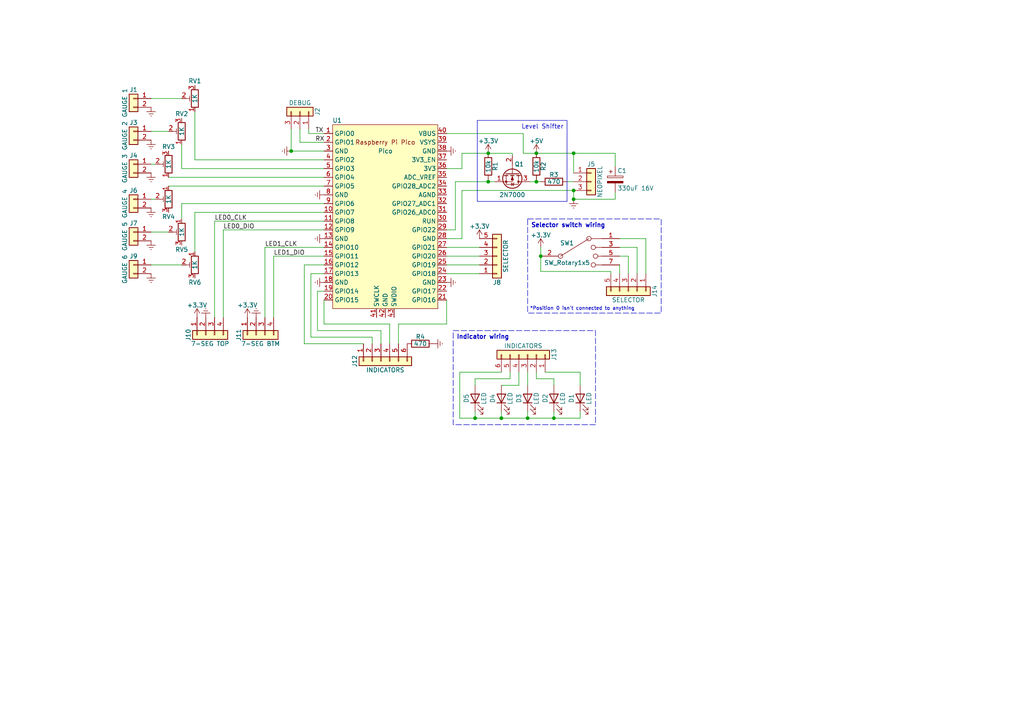
<source format=kicad_sch>
(kicad_sch (version 20230121) (generator eeschema)
  (paper "A4")
  (title_block (title "System Monitoring Panel") (date "2024-03-02") (rev "1.0.0"))
  (lib_symbols
    (symbol "Connector_Generic:Conn_01x02" (pin_names (offset 1.016) hide)
      (property "Reference" "J" (at 0 2.54 0))
      (property "Value" "Conn_01x02" (at 0 -5.08 0))
      (symbol "Conn_01x02_1_1"
        (rectangle (start -1.27 -2.413) (end 0 -2.667) (stroke (width 0.1524)))
        (rectangle (start -1.27 0.127) (end 0 -0.127) (stroke (width 0.1524)))
        (rectangle (start -1.27 1.27) (end 1.27 -3.81) (stroke (width 0.254)) (fill (type background)))
        (pin passive line (at -5.08 0 0) (length 3.81) (name "Pin_1") (number "1"))
        (pin passive line (at -5.08 -2.54 0) (length 3.81) (name "Pin_2") (number "2"))
      )
    )
    (symbol "Connector_Generic:Conn_01x03" (pin_names (offset 1.016) hide)
      (property "Reference" "J" (at 0 5.08 0))
      (property "Value" "Conn_01x03" (at 0 -5.08 0))
      (symbol "Conn_01x03_1_1"
        (rectangle (start -1.27 -2.413) (end 0 -2.667) (stroke (width 0.1524)))
        (rectangle (start -1.27 0.127) (end 0 -0.127) (stroke (width 0.1524)))
        (rectangle (start -1.27 2.667) (end 0 2.413) (stroke (width 0.1524)))
        (rectangle (start -1.27 3.81) (end 1.27 -3.81) (stroke (width 0.254)) (fill (type background)))
        (pin passive line (at -5.08 2.54 0) (length 3.81) (name "Pin_1") (number "1"))
        (pin passive line (at -5.08 0 0) (length 3.81) (name "Pin_2") (number "2"))
        (pin passive line (at -5.08 -2.54 0) (length 3.81) (name "Pin_3") (number "3"))
      )
    )
    (symbol "Connector_Generic:Conn_01x04" (pin_names (offset 1.016) hide)
      (property "Reference" "J" (at 0 5.08 0))
      (property "Value" "Conn_01x04" (at 0 -7.62 0))
      (symbol "Conn_01x04_1_1"
        (rectangle (start -1.27 -4.953) (end 0 -5.207) (stroke (width 0.1524)))
        (rectangle (start -1.27 -2.413) (end 0 -2.667) (stroke (width 0.1524)))
        (rectangle (start -1.27 0.127) (end 0 -0.127) (stroke (width 0.1524)))
        (rectangle (start -1.27 2.667) (end 0 2.413) (stroke (width 0.1524)))
        (rectangle (start -1.27 3.81) (end 1.27 -6.35) (stroke (width 0.254)) (fill (type background)))
        (pin passive line (at -5.08 2.54 0) (length 3.81) (name "Pin_1") (number "1"))
        (pin passive line (at -5.08 0 0) (length 3.81) (name "Pin_2") (number "2"))
        (pin passive line (at -5.08 -2.54 0) (length 3.81) (name "Pin_3") (number "3"))
        (pin passive line (at -5.08 -5.08 0) (length 3.81) (name "Pin_4") (number "4"))
      )
    )
    (symbol "Connector_Generic:Conn_01x05" (pin_names (offset 1.016) hide)
      (property "Reference" "J" (at 0 7.62 0))
      (property "Value" "Conn_01x05" (at 0 -7.62 0))
      (symbol "Conn_01x05_1_1"
        (rectangle (start -1.27 -4.953) (end 0 -5.207) (stroke (width 0.1524)))
        (rectangle (start -1.27 -2.413) (end 0 -2.667) (stroke (width 0.1524)))
        (rectangle (start -1.27 0.127) (end 0 -0.127) (stroke (width 0.1524)))
        (rectangle (start -1.27 2.667) (end 0 2.413) (stroke (width 0.1524)))
        (rectangle (start -1.27 5.207) (end 0 4.953) (stroke (width 0.1524)))
        (rectangle (start -1.27 6.35) (end 1.27 -6.35) (stroke (width 0.254)) (fill (type background)))
        (pin passive line (at -5.08 5.08 0) (length 3.81) (name "Pin_1") (number "1"))
        (pin passive line (at -5.08 2.54 0) (length 3.81) (name "Pin_2") (number "2"))
        (pin passive line (at -5.08 0 0) (length 3.81) (name "Pin_3") (number "3"))
        (pin passive line (at -5.08 -2.54 0) (length 3.81) (name "Pin_4") (number "4"))
        (pin passive line (at -5.08 -5.08 0) (length 3.81) (name "Pin_5") (number "5"))
      )
    )
    (symbol "Connector_Generic:Conn_01x06" (pin_names (offset 1.016) hide)
      (property "Reference" "J" (at 0 7.62 0))
      (property "Value" "Conn_01x06" (at 0 -10.16 0))
      (symbol "Conn_01x06_1_1"
        (rectangle (start -1.27 -7.493) (end 0 -7.747) (stroke (width 0.1524)))
        (rectangle (start -1.27 -4.953) (end 0 -5.207) (stroke (width 0.1524)))
        (rectangle (start -1.27 -2.413) (end 0 -2.667) (stroke (width 0.1524)))
        (rectangle (start -1.27 0.127) (end 0 -0.127) (stroke (width 0.1524)))
        (rectangle (start -1.27 2.667) (end 0 2.413) (stroke (width 0.1524)))
        (rectangle (start -1.27 5.207) (end 0 4.953) (stroke (width 0.1524)))
        (rectangle (start -1.27 6.35) (end 1.27 -8.89) (stroke (width 0.254)) (fill (type background)))
        (pin passive line (at -5.08 5.08 0) (length 3.81) (name "Pin_1") (number "1"))
        (pin passive line (at -5.08 2.54 0) (length 3.81) (name "Pin_2") (number "2"))
        (pin passive line (at -5.08 0 0) (length 3.81) (name "Pin_3") (number "3"))
        (pin passive line (at -5.08 -2.54 0) (length 3.81) (name "Pin_4") (number "4"))
        (pin passive line (at -5.08 -5.08 0) (length 3.81) (name "Pin_5") (number "5"))
        (pin passive line (at -5.08 -7.62 0) (length 3.81) (name "Pin_6") (number "6"))
      )
    )
    (symbol "Device:C_Polarized" (pin_numbers hide) (pin_names (offset 0.254))
      (property "Reference" "C" (at 0.635 2.54 0))
      (property "Value" "C_Polarized" (at 0.635 -2.54 0))
      (symbol "C_Polarized_0_1"
        (rectangle (start -2.286 0.508) (end 2.286 1.016))
        (polyline (pts (xy -1.778 2.286) (xy -0.762 2.286)))
        (polyline (pts (xy -1.27 2.794) (xy -1.27 1.778)))
        (rectangle (start 2.286 -0.508) (end -2.286 -1.016) (fill (type outline)))
      )
      (symbol "C_Polarized_1_1"
        (pin passive line (at 0 3.81 270) (length 2.794) (name "~") (number "1"))
        (pin passive line (at 0 -3.81 90) (length 2.794) (name "~") (number "2"))
      )
    )
    (symbol "Device:LED" (pin_numbers hide) (pin_names (offset 1.016) hide)
      (property "Reference" "D" (at 0 2.54 0))
      (property "Value" "LED" (at 0 -2.54 0))
      (symbol "LED_0_1"
        (polyline (pts (xy -1.27 -1.27) (xy -1.27 1.27)) (stroke (width 0.254)))
        (polyline (pts (xy -1.27 0) (xy 1.27 0)))
        (polyline (pts (xy 1.27 -1.27) (xy 1.27 1.27) (xy -1.27 0) (xy 1.27 -1.27)) (stroke (width 0.254)))
        (polyline (pts (xy -3.048 -0.762) (xy -4.572 -2.286) (xy -3.81 -2.286) (xy -4.572 -2.286) (xy -4.572 -1.524)))
        (polyline (pts (xy -1.778 -0.762) (xy -3.302 -2.286) (xy -2.54 -2.286) (xy -3.302 -2.286) (xy -3.302 -1.524)))
      )
      (symbol "LED_1_1"
        (pin passive line (at -3.81 0 0) (length 2.54) (name "K") (number "1"))
        (pin passive line (at 3.81 0 180) (length 2.54) (name "A") (number "2"))
      )
    )
    (symbol "Device:R" (pin_numbers hide) (pin_names (offset 0))
      (property "Reference" "R" (at 2.032 0 90))
      (property "Value" "R" (at 0 0 90))
      (symbol "R_0_1"
        (rectangle (start -1.016 -2.54) (end 1.016 2.54) (stroke (width 0.254)))
      )
      (symbol "R_1_1"
        (pin passive line (at 0 3.81 270) (length 1.27) (name "~") (number "1"))
        (pin passive line (at 0 -3.81 90) (length 1.27) (name "~") (number "2"))
      )
    )
    (symbol "Device:R_Potentiometer_Trim" (pin_names (offset 1.016) hide)
      (property "Reference" "RV" (at -4.445 0 90))
      (property "Value" "R_Potentiometer_Trim" (at -2.54 0 90))
      (symbol "R_Potentiometer_Trim_0_1"
        (polyline (pts (xy 1.524 0.762) (xy 1.524 -0.762)))
        (polyline (pts (xy 2.54 0) (xy 1.524 0)))
        (rectangle (start 1.016 2.54) (end -1.016 -2.54) (stroke (width 0.254)))
      )
      (symbol "R_Potentiometer_Trim_1_1"
        (pin passive line (at 0 3.81 270) (length 1.27) (name "1") (number "1"))
        (pin passive line (at 3.81 0 180) (length 1.27) (name "2") (number "2"))
        (pin passive line (at 0 -3.81 90) (length 1.27) (name "3") (number "3"))
      )
    )
    (symbol "MCU_RaspberryPi_and_Boards:Pico"
      (property "Reference" "U" (at -13.97 27.94 0))
      (property "Value" "Pico" (at 0 19.05 0))
      (symbol "Pico_0_0"
        (text "Raspberry Pi Pico" (at 0 21.59 0) (effects (font (size 1.27 1.27))))
      )
      (symbol "Pico_0_1"
        (rectangle (start -15.24 26.67) (end 15.24 -26.67) (fill (type background)))
      )
      (symbol "Pico_1_1"
        (pin bidirectional line (at -17.78 24.13 0) (length 2.54) (name "GPIO0") (number "1"))
        (pin bidirectional line (at -17.78 1.27 0) (length 2.54) (name "GPIO7") (number "10"))
        (pin bidirectional line (at -17.78 -1.27 0) (length 2.54) (name "GPIO8") (number "11"))
        (pin bidirectional line (at -17.78 -3.81 0) (length 2.54) (name "GPIO9") (number "12"))
        (pin power_in line (at -17.78 -6.35 0) (length 2.54) (name "GND") (number "13"))
        (pin bidirectional line (at -17.78 -8.89 0) (length 2.54) (name "GPIO10") (number "14"))
        (pin bidirectional line (at -17.78 -11.43 0) (length 2.54) (name "GPIO11") (number "15"))
        (pin bidirectional line (at -17.78 -13.97 0) (length 2.54) (name "GPIO12") (number "16"))
        (pin bidirectional line (at -17.78 -16.51 0) (length 2.54) (name "GPIO13") (number "17"))
        (pin power_in line (at -17.78 -19.05 0) (length 2.54) (name "GND") (number "18"))
        (pin bidirectional line (at -17.78 -21.59 0) (length 2.54) (name "GPIO14") (number "19"))
        (pin bidirectional line (at -17.78 21.59 0) (length 2.54) (name "GPIO1") (number "2"))
        (pin bidirectional line (at -17.78 -24.13 0) (length 2.54) (name "GPIO15") (number "20"))
        (pin bidirectional line (at 17.78 -24.13 180) (length 2.54) (name "GPIO16") (number "21"))
        (pin bidirectional line (at 17.78 -21.59 180) (length 2.54) (name "GPIO17") (number "22"))
        (pin power_in line (at 17.78 -19.05 180) (length 2.54) (name "GND") (number "23"))
        (pin bidirectional line (at 17.78 -16.51 180) (length 2.54) (name "GPIO18") (number "24"))
        (pin bidirectional line (at 17.78 -13.97 180) (length 2.54) (name "GPIO19") (number "25"))
        (pin bidirectional line (at 17.78 -11.43 180) (length 2.54) (name "GPIO20") (number "26"))
        (pin bidirectional line (at 17.78 -8.89 180) (length 2.54) (name "GPIO21") (number "27"))
        (pin power_in line (at 17.78 -6.35 180) (length 2.54) (name "GND") (number "28"))
        (pin bidirectional line (at 17.78 -3.81 180) (length 2.54) (name "GPIO22") (number "29"))
        (pin power_in line (at -17.78 19.05 0) (length 2.54) (name "GND") (number "3"))
        (pin input line (at 17.78 -1.27 180) (length 2.54) (name "RUN") (number "30"))
        (pin bidirectional line (at 17.78 1.27 180) (length 2.54) (name "GPIO26_ADC0") (number "31"))
        (pin bidirectional line (at 17.78 3.81 180) (length 2.54) (name "GPIO27_ADC1") (number "32"))
        (pin power_in line (at 17.78 6.35 180) (length 2.54) (name "AGND") (number "33"))
        (pin bidirectional line (at 17.78 8.89 180) (length 2.54) (name "GPIO28_ADC2") (number "34"))
        (pin power_in line (at 17.78 11.43 180) (length 2.54) (name "ADC_VREF") (number "35"))
        (pin power_in line (at 17.78 13.97 180) (length 2.54) (name "3V3") (number "36"))
        (pin input line (at 17.78 16.51 180) (length 2.54) (name "3V3_EN") (number "37"))
        (pin bidirectional line (at 17.78 19.05 180) (length 2.54) (name "GND") (number "38"))
        (pin power_in line (at 17.78 21.59 180) (length 2.54) (name "VSYS") (number "39"))
        (pin bidirectional line (at -17.78 16.51 0) (length 2.54) (name "GPIO2") (number "4"))
        (pin power_in line (at 17.78 24.13 180) (length 2.54) (name "VBUS") (number "40"))
        (pin input line (at -2.54 -29.21 90) (length 2.54) (name "SWCLK") (number "41"))
        (pin power_in line (at 0 -29.21 90) (length 2.54) (name "GND") (number "42"))
        (pin bidirectional line (at 2.54 -29.21 90) (length 2.54) (name "SWDIO") (number "43"))
        (pin bidirectional line (at -17.78 13.97 0) (length 2.54) (name "GPIO3") (number "5"))
        (pin bidirectional line (at -17.78 11.43 0) (length 2.54) (name "GPIO4") (number "6"))
        (pin bidirectional line (at -17.78 8.89 0) (length 2.54) (name "GPIO5") (number "7"))
        (pin power_in line (at -17.78 6.35 0) (length 2.54) (name "GND") (number "8"))
        (pin bidirectional line (at -17.78 3.81 0) (length 2.54) (name "GPIO6") (number "9"))
      )
    )
    (symbol "Switch:SW_Rotary3x4" (pin_names (offset 1.016) hide)
      (property "Reference" "SW1" (at -1.27 7.62 0))
      (property "Value" "SW_Rotary1x4" (at 0 -5.08 0))
      (symbol "SW_Rotary3x4_0_0"
        (circle (center -5.715 0) (radius 0.635))
        (polyline (pts (xy -5.715 0) (xy 2.54 5.08)))
        (polyline (pts (xy 3.175 5.08) (xy 6.35 5.08)))
        (polyline (pts (xy 4.445 -2.54) (xy 6.35 -2.54)))
        (polyline (pts (xy 4.445 2.54) (xy 6.35 2.54)))
        (polyline (pts (xy 5.08 0) (xy 6.35 0)))
        (circle (center 2.54 5.08) (radius 0.635))
        (circle (center 3.81 -2.54) (radius 0.635))
        (circle (center 3.81 2.54) (radius 0.635))
        (circle (center 4.445 0) (radius 0.635))
      )
      (symbol "SW_Rotary3x4_1_1"
        (pin passive line (at 11.43 5.08 180) (length 5.08) (name "1") (number "1"))
        (pin passive line (at -11.43 0 0) (length 5.08) (name "2") (number "2"))
        (pin passive line (at 11.43 2.54 180) (length 5.08) (name "3") (number "3"))
        (pin passive line (at 11.43 0 180) (length 5.08) (name "5") (number "5"))
        (pin passive line (at 11.43 -2.54 180) (length 5.08) (name "7") (number "7"))
      )
    )
    (symbol "Transistor_FET:2N7000" (pin_names hide)
      (property "Reference" "Q" (at 5.08 1.905 0))
      (property "Value" "2N7000" (at 5.08 0 0))
      (symbol "2N7000_0_1"
        (polyline (pts (xy 0.254 0) (xy -2.54 0)))
        (polyline (pts (xy 0.254 1.905) (xy 0.254 -1.905)) (stroke (width 0.254)))
        (polyline (pts (xy 0.762 -1.27) (xy 0.762 -2.286)) (stroke (width 0.254)))
        (polyline (pts (xy 0.762 0.508) (xy 0.762 -0.508)) (stroke (width 0.254)))
        (polyline (pts (xy 0.762 2.286) (xy 0.762 1.27)) (stroke (width 0.254)))
        (polyline (pts (xy 2.54 2.54) (xy 2.54 1.778)))
        (polyline (pts (xy 2.54 -2.54) (xy 2.54 0) (xy 0.762 0)))
        (polyline (pts (xy 0.762 -1.778) (xy 3.302 -1.778) (xy 3.302 1.778) (xy 0.762 1.778)))
        (polyline (pts (xy 1.016 0) (xy 2.032 0.381) (xy 2.032 -0.381) (xy 1.016 0)) (fill (type outline)))
        (polyline (pts (xy 2.794 0.508) (xy 2.921 0.381) (xy 3.683 0.381) (xy 3.81 0.254)))
        (polyline (pts (xy 3.302 0.381) (xy 2.921 -0.254) (xy 3.683 -0.254) (xy 3.302 0.381)))
        (circle (center 1.651 0) (radius 2.794) (stroke (width 0.254)))
        (circle (center 2.54 -1.778) (radius 0.254) (fill (type outline)))
        (circle (center 2.54 1.778) (radius 0.254) (fill (type outline)))
      )
      (symbol "2N7000_1_1"
        (pin passive line (at 2.54 -5.08 90) (length 2.54) (name "S") (number "1"))
        (pin input line (at -5.08 0 0) (length 2.54) (name "G") (number "2"))
        (pin passive line (at 2.54 5.08 270) (length 2.54) (name "D") (number "3"))
      )
    )
    (symbol "power:+3.3V" (power) (pin_names (offset 0))
      (property "Value" "+3.3V" (at 0 3.556 0))
      (symbol "+3.3V_0_1"
        (polyline (pts (xy -0.762 1.27) (xy 0 2.54)))
        (polyline (pts (xy 0 0) (xy 0 2.54)))
        (polyline (pts (xy 0 2.54) (xy 0.762 1.27)))
      )
      (symbol "+3.3V_1_1"
        (pin power_in line (at 0 0 90) (length 0) hide (name "+3.3V") (number "1"))
      )
    )
    (symbol "power:+5V" (power) (pin_names (offset 0))
      (property "Value" "+5V" (at 0 3.556 0))
      (symbol "+5V_0_1"
        (polyline (pts (xy -0.762 1.27) (xy 0 2.54)))
        (polyline (pts (xy 0 0) (xy 0 2.54)))
        (polyline (pts (xy 0 2.54) (xy 0.762 1.27)))
      )
      (symbol "+5V_1_1"
        (pin power_in line (at 0 0 90) (length 0) hide (name "+5V") (number "1"))
      )
    )
    (symbol "power:Earth" (power) (pin_names (offset 0))
      (symbol "Earth_0_1"
        (polyline (pts (xy -0.635 -1.905) (xy 0.635 -1.905)))
        (polyline (pts (xy -0.127 -2.54) (xy 0.127 -2.54)))
        (polyline (pts (xy 0 -1.27) (xy 0 0)))
        (polyline (pts (xy 1.27 -1.27) (xy -1.27 -1.27)))
      )
      (symbol "Earth_1_1"
        (pin power_in line (at 0 0 270) (length 0) hide (name "Earth") (number "1"))
      )
    )
  )
  (junction (at 137.795 121.285))
  (junction (at 166.37 57.785))
  (junction (at 141.605 52.705))
  (junction (at 84.455 43.815))
  (junction (at 155.575 44.45))
  (junction (at 160.655 121.285))
  (junction (at 156.845 74.295))
  (junction (at 145.415 121.285))
  (junction (at 141.605 44.45))
  (junction (at 166.37 55.245))
  (junction (at 155.575 52.705))
  (junction (at 153.035 121.285))
  (junction (at 166.37 44.45))
  (wire (pts (xy 168.275 121.285) (xy 160.655 121.285)))
  (wire (pts (xy 90.17 97.79) (xy 107.95 97.79)))
  (wire (pts (xy 93.98 93.98) (xy 113.03 93.98)))
  (wire (pts (xy 141.605 52.705) (xy 141.605 52.07)))
  (wire (pts (xy 133.985 55.245) (xy 166.37 55.245)))
  (wire (pts (xy 105.41 99.695) (xy 88.265 99.695)))
  (wire (pts (xy 93.98 53.975) (xy 48.895 53.975)))
  (wire (pts (xy 137.795 119.38) (xy 137.795 121.285)))
  (wire (pts (xy 48.895 51.435) (xy 93.98 51.435)))
  (wire (pts (xy 187.325 69.215) (xy 179.705 69.215)))
  (wire (pts (xy 89.535 37.465) (xy 89.535 38.735)))
  (wire (pts (xy 129.54 71.755) (xy 139.065 71.755)))
  (wire (pts (xy 143.51 52.705) (xy 141.605 52.705)))
  (wire (pts (xy 156.845 74.295) (xy 156.845 78.74)))
  (wire (pts (xy 156.845 71.755) (xy 156.845 74.295)))
  (wire (pts (xy 110.49 95.885) (xy 110.49 99.695)))
  (wire (pts (xy 155.575 44.45) (xy 166.37 44.45)))
  (wire (pts (xy 182.245 79.375) (xy 182.245 74.295)))
  (wire (pts (xy 155.575 52.705) (xy 156.845 52.705)))
  (wire (pts (xy 133.985 69.215) (xy 129.54 69.215)))
  (wire (pts (xy 153.035 121.285) (xy 160.655 121.285)))
  (wire (pts (xy 148.59 45.085) (xy 148.59 44.45)))
  (wire (pts (xy 93.98 61.595) (xy 56.515 61.595)))
  (wire (pts (xy 129.54 76.835) (xy 139.065 76.835)))
  (wire (pts (xy 43.815 57.785) (xy 45.085 57.785)))
  (wire (pts (xy 137.795 109.855) (xy 137.795 111.76)))
  (wire (pts (xy 88.265 76.835) (xy 93.98 76.835)))
  (wire (pts (xy 88.265 99.695) (xy 88.265 76.835)))
  (wire (pts (xy 158.115 107.95) (xy 168.275 107.95)))
  (wire (pts (xy 84.455 37.465) (xy 84.455 43.815)))
  (wire (pts (xy 155.575 109.855) (xy 155.575 107.95)))
  (wire (pts (xy 178.435 48.26) (xy 178.435 44.45)))
  (wire (pts (xy 179.705 79.375) (xy 179.705 76.835)))
  (wire (pts (xy 115.57 93.98) (xy 129.54 93.98)))
  (wire (pts (xy 56.515 61.595) (xy 56.515 73.025)))
  (wire (pts (xy 129.54 38.735) (xy 151.765 38.735)))
  (wire (pts (xy 93.98 66.675) (xy 64.77 66.675)))
  (wire (pts (xy 43.815 67.31) (xy 48.895 67.31)))
  (wire (pts (xy 147.955 109.855) (xy 137.795 109.855)))
  (wire (pts (xy 86.995 41.275) (xy 86.995 37.465)))
  (wire (pts (xy 132.08 52.705) (xy 141.605 52.705)))
  (wire (pts (xy 166.37 57.785) (xy 178.435 57.785)))
  (wire (pts (xy 150.495 107.95) (xy 150.495 111.76)))
  (wire (pts (xy 92.075 84.455) (xy 92.075 95.885)))
  (wire (pts (xy 64.77 66.675) (xy 64.77 92.075)))
  (wire (pts (xy 43.815 47.625) (xy 45.085 47.625)))
  (wire (pts (xy 43.815 28.575) (xy 52.705 28.575)))
  (wire (pts (xy 93.98 74.295) (xy 79.375 74.295)))
  (wire (pts (xy 137.795 121.285) (xy 133.35 121.285)))
  (wire (pts (xy 166.37 57.785) (xy 166.37 55.245)))
  (wire (pts (xy 179.705 74.295) (xy 182.245 74.295)))
  (wire (pts (xy 89.535 38.735) (xy 93.98 38.735)))
  (wire (pts (xy 93.98 86.995) (xy 93.98 93.98)))
  (wire (pts (xy 153.035 107.95) (xy 153.035 111.76)))
  (wire (pts (xy 84.455 43.815) (xy 93.98 43.815)))
  (wire (pts (xy 184.785 79.375) (xy 184.785 71.755)))
  (wire (pts (xy 133.35 121.285) (xy 133.35 107.95)))
  (wire (pts (xy 137.795 121.285) (xy 145.415 121.285)))
  (wire (pts (xy 129.54 79.375) (xy 139.065 79.375)))
  (wire (pts (xy 156.845 78.74) (xy 177.165 78.74)))
  (wire (pts (xy 177.165 78.74) (xy 177.165 79.375)))
  (wire (pts (xy 43.815 38.1) (xy 48.895 38.1)))
  (wire (pts (xy 52.705 59.055) (xy 93.98 59.055)))
  (wire (pts (xy 93.98 84.455) (xy 92.075 84.455)))
  (wire (pts (xy 129.54 74.295) (xy 139.065 74.295)))
  (wire (pts (xy 79.375 74.295) (xy 79.375 92.075)))
  (wire (pts (xy 129.54 93.98) (xy 129.54 86.995)))
  (wire (pts (xy 160.655 109.855) (xy 155.575 109.855)))
  (wire (pts (xy 43.815 76.835) (xy 52.705 76.835)))
  (wire (pts (xy 133.35 107.95) (xy 145.415 107.95)))
  (wire (pts (xy 148.59 44.45) (xy 141.605 44.45)))
  (wire (pts (xy 52.705 41.91) (xy 52.705 48.895)))
  (wire (pts (xy 145.415 119.38) (xy 145.415 121.285)))
  (wire (pts (xy 160.655 121.285) (xy 160.655 119.38)))
  (wire (pts (xy 56.515 46.355) (xy 93.98 46.355)))
  (wire (pts (xy 153.67 52.705) (xy 155.575 52.705)))
  (wire (pts (xy 164.465 52.705) (xy 166.37 52.705)))
  (wire (pts (xy 107.95 97.79) (xy 107.95 99.695)))
  (wire (pts (xy 52.705 59.055) (xy 52.705 63.5)))
  (wire (pts (xy 132.08 66.675) (xy 129.54 66.675)))
  (wire (pts (xy 76.835 71.755) (xy 93.98 71.755)))
  (wire (pts (xy 115.57 99.695) (xy 115.57 93.98)))
  (wire (pts (xy 76.835 92.075) (xy 76.835 71.755)))
  (wire (pts (xy 187.325 79.375) (xy 187.325 69.215)))
  (wire (pts (xy 168.275 119.38) (xy 168.275 121.285)))
  (wire (pts (xy 132.08 52.705) (xy 132.08 66.675)))
  (wire (pts (xy 168.275 107.95) (xy 168.275 111.76)))
  (wire (pts (xy 93.98 41.275) (xy 86.995 41.275)))
  (wire (pts (xy 145.415 121.285) (xy 153.035 121.285)))
  (wire (pts (xy 184.785 71.755) (xy 179.705 71.755)))
  (wire (pts (xy 178.435 57.785) (xy 178.435 55.88)))
  (wire (pts (xy 56.515 32.385) (xy 56.515 46.355)))
  (wire (pts (xy 153.035 119.38) (xy 153.035 121.285)))
  (wire (pts (xy 133.985 44.45) (xy 141.605 44.45)))
  (wire (pts (xy 129.54 48.895) (xy 133.985 48.895)))
  (wire (pts (xy 133.985 48.895) (xy 133.985 44.45)))
  (wire (pts (xy 150.495 111.76) (xy 145.415 111.76)))
  (wire (pts (xy 93.98 79.375) (xy 90.17 79.375)))
  (wire (pts (xy 147.955 107.95) (xy 147.955 109.855)))
  (wire (pts (xy 52.705 48.895) (xy 93.98 48.895)))
  (wire (pts (xy 113.03 93.98) (xy 113.03 99.695)))
  (wire (pts (xy 92.075 95.885) (xy 110.49 95.885)))
  (wire (pts (xy 166.37 44.45) (xy 178.435 44.45)))
  (wire (pts (xy 151.765 44.45) (xy 155.575 44.45)))
  (wire (pts (xy 151.765 38.735) (xy 151.765 44.45)))
  (wire (pts (xy 155.575 52.705) (xy 155.575 52.07)))
  (wire (pts (xy 133.985 55.245) (xy 133.985 69.215)))
  (wire (pts (xy 166.37 44.45) (xy 166.37 50.165)))
  (wire (pts (xy 90.17 79.375) (xy 90.17 97.79)))
  (wire (pts (xy 62.23 64.135) (xy 93.98 64.135)))
  (wire (pts (xy 160.655 111.76) (xy 160.655 109.855)))
  (wire (pts (xy 62.23 64.135) (xy 62.23 92.075)))
  (text_box "Selector switch wiring" (at 153.035 63.5 0) (size 38.735 27.305) (stroke (width 0) (type dash)) (effects (font (size 1.27 1.27) (thickness 0.254) bold) (justify left top)))
  (text_box "Level Shifter" (at 138.43 34.925 0) (size 26.035 23.495) (effects (font (size 1.27 1.27)) (justify right top)))
  (text_box "Indicator wiring" (at 131.445 95.885 0) (size 41.275 27.305) (stroke (width 0) (type dash)) (effects (font (size 1.27 1.27) (thickness 0.254) bold) (justify left top)))
  (text "*Position 0 isn't connected to anything" (at 153.67 90.17 0) (effects (font (size 1 1)) (justify left bottom)))
  (label "LED0_DIO" (at 64.77 66.675 0))
  (label "TX" (at 91.44 38.735 0))
  (label "LED1_DIO" (at 79.375 74.295 0))
  (label "RX" (at 91.44 41.275 0))
  (label "LED0_CLK" (at 62.23 64.135 0))
  (label "LED1_CLK" (at 76.835 71.755 0))
  (symbol (lib_id "Device:LED") (at 168.275 115.57 90) (unit 1) (on_board no)
    (property "Reference" "D1" (at 165.735 115.57 0))
    (property "Value" "LED" (at 170.815 115.57 0))
  )
  (symbol (lib_id "Device:R") (at 160.655 52.705 90) (unit 1)
    (property "Reference" "R3" (at 160.655 50.673 90))
    (property "Value" "470" (at 160.655 52.705 90))
    (property "Footprint" "Resistor_THT:R_Axial_DIN0207_L6.3mm_D2.5mm_P10.16mm_Horizontal" (effects hide))
  )
  (symbol (lib_id "power:Earth") (at 43.815 40.64 0) (unit 1)
    (property "Reference" "#PWR02" (effects hide))
    (property "Value" "Earth" (effects hide))
  )
  (symbol (lib_id "power:Earth") (at 125.73 99.695 90) (unit 1)
    (property "Reference" "#PWR021" (effects hide))
    (property "Value" "Earth" (effects hide))
  )
  (symbol (lib_id "MCU_RaspberryPi_and_Boards:Pico") (at 111.76 62.865 0) (unit 1)
    (property "Reference" "U1" (at 97.79 34.925 0))
    (property "Value" "Pico" (at 111.76 43.815 0))
    (property "Footprint" "MCU_RaspberryPi_and_Boards:RPi_Pico_W_SMD_TH" (effects hide))
    (property "Datasheet" "https://datasheets.raspberrypi.com/pico/pico-datasheet.pdf" (effects hide))
  )
  (symbol (lib_id "power:+3.3V") (at 156.845 71.755 0) (unit 1)
    (property "Reference" "#PWR022" (effects hide))
    (property "Value" "+3.3V" (at 156.845 68.199 0))
  )
  (symbol (lib_id "Device:R_Potentiometer_Trim") (at 56.515 28.575 180) (unit 1)
    (property "Reference" "RV1" (at 56.515 23.495 0))
    (property "Value" "1K" (at 56.515 28.575 90))
    (property "Footprint" "Potentiometer_THT:Potentiometer_Bourns_3296W_Vertical" (effects hide))
  )
  (symbol (lib_id "power:Earth") (at 74.295 92.075 180) (unit 1)
    (property "Reference" "#PWR020" (effects hide))
    (property "Value" "Earth" (effects hide))
  )
  (symbol (lib_id "Connector_Generic:Conn_01x06") (at 110.49 104.775 90) (mirror x) (unit 1)
    (property "Reference" "J12" (at 102.87 104.775 0))
    (property "Value" "INDICATORS" (at 111.76 107.315 90))
    (property "Footprint" "Connector_JST:JST_XH_B6B-XH-A_1x06_P2.50mm_Vertical" (effects hide))
  )
  (symbol (lib_id "power:+3.3V") (at 57.15 92.075 0) (unit 1)
    (property "Reference" "#PWR017" (effects hide))
    (property "Value" "+3.3V" (at 57.15 88.519 0))
  )
  (symbol (lib_id "Device:C_Polarized") (at 178.435 52.07 0) (unit 1)
    (property "Reference" "C1" (at 179.07 49.53 0) (effects (justify left)))
    (property "Value" "330uF 16V" (at 179.07 54.61 0) (effects (justify left)))
    (property "Footprint" "Capacitor_THT:CP_Radial_D8.0mm_P3.50mm" (effects hide))
  )
  (symbol (lib_id "Device:R_Potentiometer_Trim") (at 52.705 38.1 180) (unit 1)
    (property "Reference" "RV2" (at 52.705 33.02 0))
    (property "Value" "1K" (at 52.705 38.1 90))
    (property "Footprint" "Potentiometer_THT:Potentiometer_Bourns_3296W_Vertical" (effects hide))
  )
  (symbol (lib_id "Device:R") (at 141.605 48.26 0) (unit 1)
    (property "Reference" "R1" (at 143.637 48.26 90))
    (property "Value" "10k" (at 141.605 48.26 90))
    (property "Footprint" "Resistor_THT:R_Axial_DIN0207_L6.3mm_D2.5mm_P10.16mm_Horizontal" (effects hide))
  )
  (symbol (lib_id "Connector_Generic:Conn_01x05") (at 182.245 84.455 270) (unit 1) (in_bom no) (on_board no)
    (property "Reference" "J14" (at 189.865 84.455 0))
    (property "Value" "SELECTOR" (at 182.245 86.995 90))
    (property "Footprint" "Connector_JST:JST_XH_B5B-XH-A_1x05_P2.50mm_Vertical" (effects hide))
  )
  (symbol (lib_id "power:Earth") (at 93.98 56.515 270) (unit 1)
    (property "Reference" "#PWR08" (effects hide))
    (property "Value" "Earth" (effects hide))
  )
  (symbol (lib_id "power:Earth") (at 43.815 60.325 0) (unit 1)
    (property "Reference" "#PWR010" (effects hide))
    (property "Value" "Earth" (effects hide))
  )
  (symbol (lib_id "Switch:SW_Rotary3x4") (at 168.275 74.295 0) (unit 1) (on_board no)
    (property "Reference" "SW1" (at 164.465 70.485 0))
    (property "Value" "SW_Rotary1x5" (at 164.465 76.2 0))
    (property "Datasheet" "https://en.elmarkstore.eu/data/uploads/product3D/492028/492028%20-%20Technical%20specification%20EN.pdf" (effects hide))
  )
  (symbol (lib_id "power:Earth") (at 59.69 92.075 180) (unit 1)
    (property "Reference" "#PWR018" (effects hide))
    (property "Value" "Earth" (effects hide))
  )
  (symbol (lib_id "power:Earth") (at 43.815 31.115 0) (unit 1)
    (property "Reference" "#PWR01" (effects hide))
    (property "Value" "Earth" (effects hide))
  )
  (symbol (lib_id "power:+5V") (at 155.575 44.45 0) (unit 1)
    (property "Reference" "#PWR06" (effects hide))
    (property "Value" "+5V" (at 155.575 40.894 0))
  )
  (symbol (lib_id "power:Earth") (at 129.54 43.815 90) (unit 1)
    (property "Reference" "#PWR04" (effects hide))
    (property "Value" "Earth" (effects hide))
  )
  (symbol (lib_id "Connector_Generic:Conn_01x02") (at 38.735 38.1 0) (mirror y) (unit 1)
    (property "Reference" "J3" (at 38.735 35.56 0))
    (property "Value" "GAUGE 2" (at 36.195 39.37 90))
    (property "Footprint" "Connector_JST:JST_XH_B2B-XH-A_1x02_P2.50mm_Vertical" (effects hide))
  )
  (symbol (lib_id "Connector_Generic:Conn_01x02") (at 38.735 47.625 0) (mirror y) (unit 1)
    (property "Reference" "J4" (at 38.735 45.085 0))
    (property "Value" "GAUGE 3" (at 36.195 48.895 90))
    (property "Footprint" "Connector_JST:JST_XH_B2B-XH-A_1x02_P2.50mm_Vertical" (effects hide))
  )
  (symbol (lib_id "power:Earth") (at 43.815 69.85 0) (unit 1)
    (property "Reference" "#PWR013" (effects hide))
    (property "Value" "Earth" (effects hide))
  )
  (symbol (lib_id "power:Earth") (at 93.98 69.215 270) (unit 1)
    (property "Reference" "#PWR011" (effects hide))
    (property "Value" "Earth" (effects hide))
  )
  (symbol (lib_id "Device:R_Potentiometer_Trim") (at 48.895 57.785 0) (mirror y) (unit 1)
    (property "Reference" "RV4" (at 48.895 62.865 0))
    (property "Value" "1K" (at 48.895 57.785 90))
    (property "Footprint" "Potentiometer_THT:Potentiometer_Bourns_3296W_Vertical" (effects hide))
  )
  (symbol (lib_id "power:Earth") (at 129.54 81.915 90) (unit 1)
    (property "Reference" "#PWR016" (effects hide))
    (property "Value" "Earth" (effects hide))
  )
  (symbol (lib_id "Connector_Generic:Conn_01x03") (at 171.45 52.705 0) (unit 1)
    (property "Reference" "J5" (at 171.45 47.625 0))
    (property "Value" "NEOPIXEL" (at 173.99 52.705 90))
    (property "Footprint" "Connector_Wire:SolderWire-0.25sqmm_1x03_P4.2mm_D0.65mm_OD1.7mm" (effects hide))
  )
  (symbol (lib_id "power:Earth") (at 43.815 50.165 0) (unit 1)
    (property "Reference" "#PWR07" (effects hide))
    (property "Value" "Earth" (effects hide))
  )
  (symbol (lib_id "Connector_Generic:Conn_01x06") (at 153.035 102.87 270) (mirror x) (unit 1) (in_bom no) (on_board no)
    (property "Reference" "J13" (at 160.655 102.87 0))
    (property "Value" "INDICATORS" (at 151.765 100.33 90))
    (property "Footprint" "Connector_JST:JST_XH_B6B-XH-A_1x06_P2.50mm_Vertical" (effects hide))
  )
  (symbol (lib_id "power:+3.3V") (at 139.065 69.215 0) (unit 1)
    (property "Reference" "#PWR012" (effects hide))
    (property "Value" "+3.3V" (at 139.065 65.659 0))
  )
  (symbol (lib_id "Device:LED") (at 153.035 115.57 90) (unit 1) (on_board no)
    (property "Reference" "D3" (at 150.495 115.57 0))
    (property "Value" "LED" (at 155.575 115.57 0))
  )
  (symbol (lib_id "power:Earth") (at 84.455 43.815 270) (unit 1)
    (property "Reference" "#PWR03" (effects hide))
    (property "Value" "Earth" (effects hide))
  )
  (symbol (lib_id "power:Earth") (at 166.37 57.785 0) (unit 1)
    (property "Reference" "#PWR09" (effects hide))
    (property "Value" "Earth" (effects hide))
  )
  (symbol (lib_id "power:+3.3V") (at 71.755 92.075 0) (unit 1)
    (property "Reference" "#PWR019" (effects hide))
    (property "Value" "+3.3V" (at 71.755 88.519 0))
  )
  (symbol (lib_id "Device:LED") (at 137.795 115.57 90) (unit 1) (on_board no)
    (property "Reference" "D5" (at 135.255 115.57 0))
    (property "Value" "LED" (at 140.335 115.57 0))
  )
  (symbol (lib_id "Device:R") (at 155.575 48.26 0) (unit 1)
    (property "Reference" "R2" (at 157.607 48.26 90))
    (property "Value" "10k" (at 155.575 48.26 90))
    (property "Footprint" "Resistor_THT:R_Axial_DIN0207_L6.3mm_D2.5mm_P10.16mm_Horizontal" (effects hide))
  )
  (symbol (lib_id "Connector_Generic:Conn_01x02") (at 38.735 28.575 0) (mirror y) (unit 1)
    (property "Reference" "J1" (at 38.735 26.035 0))
    (property "Value" "GAUGE 1" (at 36.195 29.845 90))
    (property "Footprint" "Connector_JST:JST_XH_B2B-XH-A_1x02_P2.50mm_Vertical" (effects hide))
  )
  (symbol (lib_id "power:Earth") (at 43.815 79.375 0) (unit 1)
    (property "Reference" "#PWR014" (effects hide))
    (property "Value" "Earth" (effects hide))
  )
  (symbol (lib_id "Connector_Generic:Conn_01x02") (at 38.735 76.835 0) (mirror y) (unit 1)
    (property "Reference" "J9" (at 38.735 74.295 0))
    (property "Value" "GAUGE 6" (at 36.195 78.105 90))
    (property "Footprint" "Connector_JST:JST_XH_B2B-XH-A_1x02_P2.50mm_Vertical" (effects hide))
  )
  (symbol (lib_id "Device:LED") (at 160.655 115.57 90) (unit 1) (on_board no)
    (property "Reference" "D2" (at 158.115 115.57 0))
    (property "Value" "LED" (at 163.195 115.57 0))
  )
  (symbol (lib_id "Connector_Generic:Conn_01x05") (at 144.145 74.295 0) (mirror x) (unit 1)
    (property "Reference" "J8" (at 144.145 81.915 0))
    (property "Value" "SELECTOR" (at 146.685 74.295 90))
    (property "Footprint" "Connector_JST:JST_XH_B5B-XH-A_1x05_P2.50mm_Vertical" (effects hide))
  )
  (symbol (lib_id "Connector_Generic:Conn_01x04") (at 59.69 97.155 90) (mirror x) (unit 1)
    (property "Reference" "J10" (at 54.61 97.155 0))
    (property "Value" "7-SEG TOP" (at 60.96 99.695 90))
    (property "Footprint" "Connector_JST:JST_XH_B4B-XH-A_1x04_P2.50mm_Vertical" (effects hide))
  )
  (symbol (lib_id "Connector_Generic:Conn_01x02") (at 38.735 57.785 0) (mirror y) (unit 1)
    (property "Reference" "J6" (at 38.735 55.245 0))
    (property "Value" "GAUGE 4" (at 36.195 59.055 90))
    (property "Footprint" "Connector_JST:JST_XH_B2B-XH-A_1x02_P2.50mm_Vertical" (effects hide))
  )
  (symbol (lib_id "Connector_Generic:Conn_01x02") (at 38.735 67.31 0) (mirror y) (unit 1)
    (property "Reference" "J7" (at 38.735 64.77 0))
    (property "Value" "GAUGE 5" (at 36.195 68.58 90))
    (property "Footprint" "Connector_JST:JST_XH_B2B-XH-A_1x02_P2.50mm_Vertical" (effects hide))
  )
  (symbol (lib_id "Device:R_Potentiometer_Trim") (at 52.705 67.31 0) (mirror y) (unit 1)
    (property "Reference" "RV5" (at 52.705 72.39 0))
    (property "Value" "1K" (at 52.705 67.31 90))
    (property "Footprint" "Potentiometer_THT:Potentiometer_Bourns_3296W_Vertical" (effects hide))
  )
  (symbol (lib_id "Device:LED") (at 145.415 115.57 90) (unit 1) (on_board no)
    (property "Reference" "D4" (at 142.875 115.57 0))
    (property "Value" "LED" (at 147.955 115.57 0))
  )
  (symbol (lib_id "power:+3.3V") (at 141.605 44.45 0) (unit 1)
    (property "Reference" "#PWR05" (effects hide))
    (property "Value" "+3.3V" (at 141.605 40.894 0))
  )
  (symbol (lib_id "Connector_Generic:Conn_01x04") (at 74.295 97.155 90) (mirror x) (unit 1)
    (property "Reference" "J11" (at 69.215 97.155 0))
    (property "Value" "7-SEG BTM" (at 75.565 99.695 90))
    (property "Footprint" "Connector_JST:JST_XH_B4B-XH-A_1x04_P2.50mm_Vertical" (effects hide))
  )
  (symbol (lib_id "Connector_Generic:Conn_01x03") (at 86.995 32.385 270) (mirror x) (unit 1)
    (property "Reference" "J2" (at 92.075 32.385 0))
    (property "Value" "DEBUG" (at 86.995 29.845 90))
    (property "Footprint" "Connector_PinHeader_2.54mm:PinHeader_1x03_P2.54mm_Vertical" (effects hide))
  )
  (symbol (lib_id "power:Earth") (at 93.98 81.915 270) (unit 1)
    (property "Reference" "#PWR015" (effects hide))
    (property "Value" "Earth" (effects hide))
  )
  (symbol (lib_id "Device:R_Potentiometer_Trim") (at 56.515 76.835 0) (mirror y) (unit 1)
    (property "Reference" "RV6" (at 56.515 81.915 0))
    (property "Value" "1K" (at 56.515 76.835 90))
    (property "Footprint" "Potentiometer_THT:Potentiometer_Bourns_3296W_Vertical" (effects hide))
  )
  (symbol (lib_id "Transistor_FET:2N7000") (at 148.59 50.165 270) (unit 1)
    (property "Reference" "Q1" (at 149.225 47.625 90) (effects (justify left)))
    (property "Value" "2N7000" (at 144.78 56.515 90) (effects (justify left)))
    (property "Footprint" "Package_TO_SOT_THT:TO-92_Inline" (effects hide))
    (property "Datasheet" "https://www.vishay.com/docs/70226/70226.pdf" (effects hide))
  )
  (symbol (lib_id "Device:R_Potentiometer_Trim") (at 48.895 47.625 180) (unit 1)
    (property "Reference" "RV3" (at 48.895 42.545 0))
    (property "Value" "1K" (at 48.895 47.625 90))
    (property "Footprint" "Potentiometer_THT:Potentiometer_Bourns_3296W_Vertical" (effects hide))
  )
  (symbol (lib_id "Device:R") (at 121.92 99.695 90) (unit 1)
    (property "Reference" "R4" (at 121.92 97.663 90))
    (property "Value" "470" (at 121.92 99.695 90))
    (property "Footprint" "Resistor_THT:R_Axial_DIN0207_L6.3mm_D2.5mm_P10.16mm_Horizontal" (effects hide))
  )
)
</source>
